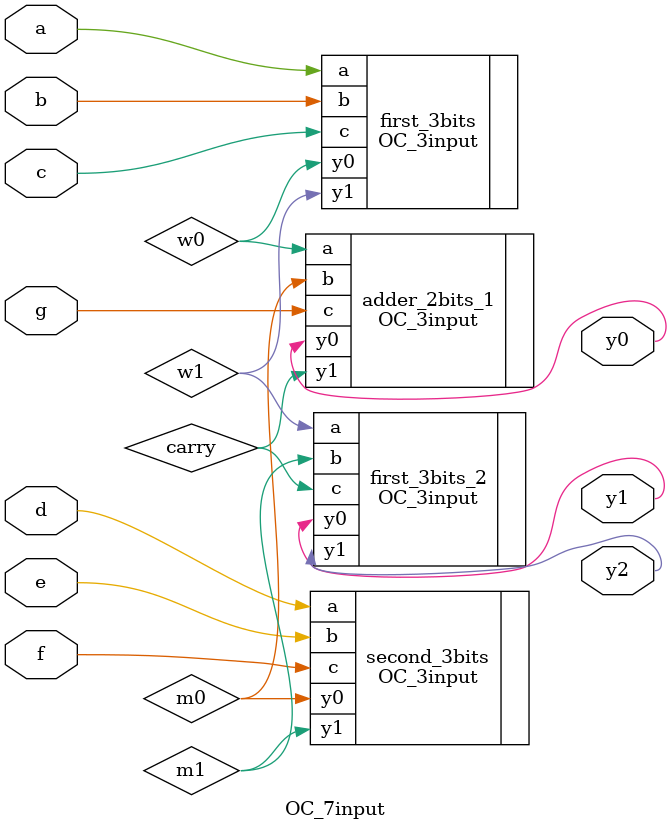
<source format=sv>
`timescale 1ns/1ns
module OC_7input (input a,b,c,d,e,f,g, output y0,y1,y2);
    wire w0,w1,m0,m1,carry;
    OC_3input first_3bits (.a(a),.b(b),.c(c),.y0(w0),.y1(w1));
    OC_3input second_3bits (.a(d),.b(e),.c(f),.y0(m0),.y1(m1));
    OC_3input adder_2bits_1 (.a(w0),.b(m0),.c(g),.y0(y0),.y1(carry));
    OC_3input first_3bits_2 (.a(w1),.b(m1),.c(carry),.y0(y1),.y1(y2));
endmodule
</source>
